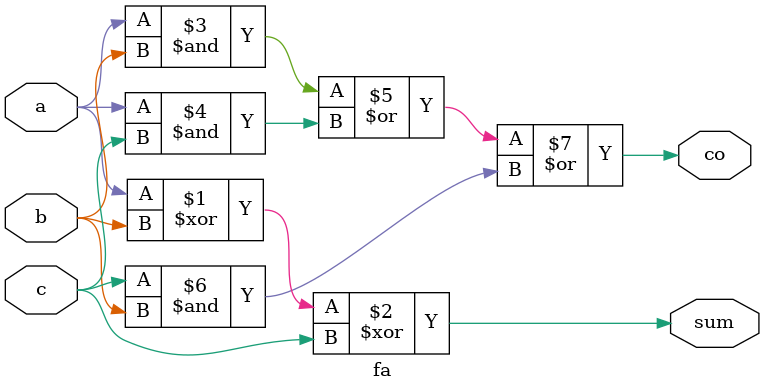
<source format=v>
module fa(a,b,c,sum,co);
input a,b,c;
output sum,co;

assign sum=a^b^c;
assign co=(a&b)|(a&c)|(c&b);

endmodule
</source>
